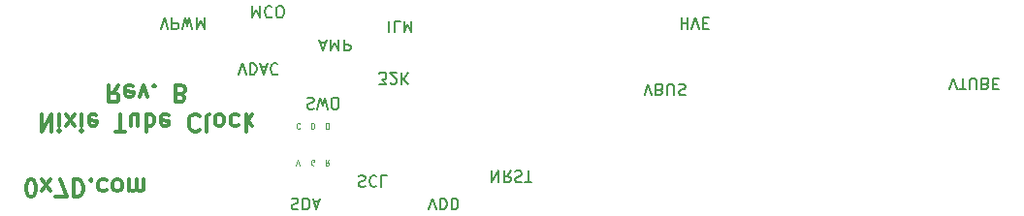
<source format=gbr>
G04 #@! TF.GenerationSoftware,KiCad,Pcbnew,(5.0.1)-rc2*
G04 #@! TF.CreationDate,2019-02-09T17:39:07-08:00*
G04 #@! TF.ProjectId,nixie_bottom_board,6E697869655F626F74746F6D5F626F61,rev?*
G04 #@! TF.SameCoordinates,Original*
G04 #@! TF.FileFunction,Legend,Bot*
G04 #@! TF.FilePolarity,Positive*
%FSLAX46Y46*%
G04 Gerber Fmt 4.6, Leading zero omitted, Abs format (unit mm)*
G04 Created by KiCad (PCBNEW (5.0.1)-rc2) date 2/9/2019 5:39:07 PM*
%MOMM*%
%LPD*%
G01*
G04 APERTURE LIST*
%ADD10C,0.200000*%
%ADD11C,0.100000*%
%ADD12C,0.300000*%
G04 APERTURE END LIST*
D10*
X148168095Y-105547619D02*
X148168095Y-106547619D01*
X148739523Y-105547619D01*
X148739523Y-106547619D01*
X149787142Y-105547619D02*
X149453809Y-106023809D01*
X149215714Y-105547619D02*
X149215714Y-106547619D01*
X149596666Y-106547619D01*
X149691904Y-106500000D01*
X149739523Y-106452380D01*
X149787142Y-106357142D01*
X149787142Y-106214285D01*
X149739523Y-106119047D01*
X149691904Y-106071428D01*
X149596666Y-106023809D01*
X149215714Y-106023809D01*
X150168095Y-105595238D02*
X150310952Y-105547619D01*
X150549047Y-105547619D01*
X150644285Y-105595238D01*
X150691904Y-105642857D01*
X150739523Y-105738095D01*
X150739523Y-105833333D01*
X150691904Y-105928571D01*
X150644285Y-105976190D01*
X150549047Y-106023809D01*
X150358571Y-106071428D01*
X150263333Y-106119047D01*
X150215714Y-106166666D01*
X150168095Y-106261904D01*
X150168095Y-106357142D01*
X150215714Y-106452380D01*
X150263333Y-106500000D01*
X150358571Y-106547619D01*
X150596666Y-106547619D01*
X150739523Y-106500000D01*
X151025238Y-106547619D02*
X151596666Y-106547619D01*
X151310952Y-105547619D02*
X151310952Y-106547619D01*
D11*
X133727380Y-101873809D02*
X133822619Y-101873809D01*
X133870238Y-101850000D01*
X133917857Y-101802380D01*
X133941666Y-101707142D01*
X133941666Y-101540476D01*
X133917857Y-101445238D01*
X133870238Y-101397619D01*
X133822619Y-101373809D01*
X133727380Y-101373809D01*
X133679761Y-101397619D01*
X133632142Y-101445238D01*
X133608333Y-101540476D01*
X133608333Y-101707142D01*
X133632142Y-101802380D01*
X133679761Y-101850000D01*
X133727380Y-101873809D01*
X132369047Y-101373809D02*
X132369047Y-101873809D01*
X132488095Y-101873809D01*
X132559523Y-101850000D01*
X132607142Y-101802380D01*
X132630952Y-101754761D01*
X132654761Y-101659523D01*
X132654761Y-101588095D01*
X132630952Y-101492857D01*
X132607142Y-101445238D01*
X132559523Y-101397619D01*
X132488095Y-101373809D01*
X132369047Y-101373809D01*
X131384761Y-101421428D02*
X131360952Y-101397619D01*
X131289523Y-101373809D01*
X131241904Y-101373809D01*
X131170476Y-101397619D01*
X131122857Y-101445238D01*
X131099047Y-101492857D01*
X131075238Y-101588095D01*
X131075238Y-101659523D01*
X131099047Y-101754761D01*
X131122857Y-101802380D01*
X131170476Y-101850000D01*
X131241904Y-101873809D01*
X131289523Y-101873809D01*
X131360952Y-101850000D01*
X131384761Y-101826190D01*
X133924761Y-104573809D02*
X133758095Y-104811904D01*
X133639047Y-104573809D02*
X133639047Y-105073809D01*
X133829523Y-105073809D01*
X133877142Y-105050000D01*
X133900952Y-105026190D01*
X133924761Y-104978571D01*
X133924761Y-104907142D01*
X133900952Y-104859523D01*
X133877142Y-104835714D01*
X133829523Y-104811904D01*
X133639047Y-104811904D01*
X132630952Y-105050000D02*
X132583333Y-105073809D01*
X132511904Y-105073809D01*
X132440476Y-105050000D01*
X132392857Y-105002380D01*
X132369047Y-104954761D01*
X132345238Y-104859523D01*
X132345238Y-104788095D01*
X132369047Y-104692857D01*
X132392857Y-104645238D01*
X132440476Y-104597619D01*
X132511904Y-104573809D01*
X132559523Y-104573809D01*
X132630952Y-104597619D01*
X132654761Y-104621428D01*
X132654761Y-104788095D01*
X132559523Y-104788095D01*
X131063333Y-105073809D02*
X131230000Y-104573809D01*
X131396666Y-105073809D01*
D10*
X132020476Y-99195238D02*
X132163333Y-99147619D01*
X132401428Y-99147619D01*
X132496666Y-99195238D01*
X132544285Y-99242857D01*
X132591904Y-99338095D01*
X132591904Y-99433333D01*
X132544285Y-99528571D01*
X132496666Y-99576190D01*
X132401428Y-99623809D01*
X132210952Y-99671428D01*
X132115714Y-99719047D01*
X132068095Y-99766666D01*
X132020476Y-99861904D01*
X132020476Y-99957142D01*
X132068095Y-100052380D01*
X132115714Y-100100000D01*
X132210952Y-100147619D01*
X132449047Y-100147619D01*
X132591904Y-100100000D01*
X132925238Y-100147619D02*
X133163333Y-99147619D01*
X133353809Y-99861904D01*
X133544285Y-99147619D01*
X133782380Y-100147619D01*
X134353809Y-100147619D02*
X134544285Y-100147619D01*
X134639523Y-100100000D01*
X134734761Y-100004761D01*
X134782380Y-99814285D01*
X134782380Y-99480952D01*
X134734761Y-99290476D01*
X134639523Y-99195238D01*
X134544285Y-99147619D01*
X134353809Y-99147619D01*
X134258571Y-99195238D01*
X134163333Y-99290476D01*
X134115714Y-99480952D01*
X134115714Y-99814285D01*
X134163333Y-100004761D01*
X134258571Y-100100000D01*
X134353809Y-100147619D01*
D12*
X107837857Y-107821428D02*
X107980714Y-107821428D01*
X108123571Y-107750000D01*
X108195000Y-107678571D01*
X108266428Y-107535714D01*
X108337857Y-107250000D01*
X108337857Y-106892857D01*
X108266428Y-106607142D01*
X108195000Y-106464285D01*
X108123571Y-106392857D01*
X107980714Y-106321428D01*
X107837857Y-106321428D01*
X107695000Y-106392857D01*
X107623571Y-106464285D01*
X107552142Y-106607142D01*
X107480714Y-106892857D01*
X107480714Y-107250000D01*
X107552142Y-107535714D01*
X107623571Y-107678571D01*
X107695000Y-107750000D01*
X107837857Y-107821428D01*
X108837857Y-106321428D02*
X109623571Y-107321428D01*
X108837857Y-107321428D02*
X109623571Y-106321428D01*
X110052142Y-107821428D02*
X111052142Y-107821428D01*
X110409285Y-106321428D01*
X111623571Y-106321428D02*
X111623571Y-107821428D01*
X111980714Y-107821428D01*
X112195000Y-107750000D01*
X112337857Y-107607142D01*
X112409285Y-107464285D01*
X112480714Y-107178571D01*
X112480714Y-106964285D01*
X112409285Y-106678571D01*
X112337857Y-106535714D01*
X112195000Y-106392857D01*
X111980714Y-106321428D01*
X111623571Y-106321428D01*
X113123571Y-106464285D02*
X113195000Y-106392857D01*
X113123571Y-106321428D01*
X113052142Y-106392857D01*
X113123571Y-106464285D01*
X113123571Y-106321428D01*
X114480714Y-106392857D02*
X114337857Y-106321428D01*
X114052142Y-106321428D01*
X113909285Y-106392857D01*
X113837857Y-106464285D01*
X113766428Y-106607142D01*
X113766428Y-107035714D01*
X113837857Y-107178571D01*
X113909285Y-107250000D01*
X114052142Y-107321428D01*
X114337857Y-107321428D01*
X114480714Y-107250000D01*
X115337857Y-106321428D02*
X115195000Y-106392857D01*
X115123571Y-106464285D01*
X115052142Y-106607142D01*
X115052142Y-107035714D01*
X115123571Y-107178571D01*
X115195000Y-107250000D01*
X115337857Y-107321428D01*
X115552142Y-107321428D01*
X115695000Y-107250000D01*
X115766428Y-107178571D01*
X115837857Y-107035714D01*
X115837857Y-106607142D01*
X115766428Y-106464285D01*
X115695000Y-106392857D01*
X115552142Y-106321428D01*
X115337857Y-106321428D01*
X116480714Y-106321428D02*
X116480714Y-107321428D01*
X116480714Y-107178571D02*
X116552142Y-107250000D01*
X116695000Y-107321428D01*
X116909285Y-107321428D01*
X117052142Y-107250000D01*
X117123571Y-107107142D01*
X117123571Y-106321428D01*
X117123571Y-107107142D02*
X117195000Y-107250000D01*
X117337857Y-107321428D01*
X117552142Y-107321428D01*
X117695000Y-107250000D01*
X117766428Y-107107142D01*
X117766428Y-106321428D01*
D10*
X161466666Y-98947619D02*
X161800000Y-97947619D01*
X162133333Y-98947619D01*
X162800000Y-98471428D02*
X162942857Y-98423809D01*
X162990476Y-98376190D01*
X163038095Y-98280952D01*
X163038095Y-98138095D01*
X162990476Y-98042857D01*
X162942857Y-97995238D01*
X162847619Y-97947619D01*
X162466666Y-97947619D01*
X162466666Y-98947619D01*
X162800000Y-98947619D01*
X162895238Y-98900000D01*
X162942857Y-98852380D01*
X162990476Y-98757142D01*
X162990476Y-98661904D01*
X162942857Y-98566666D01*
X162895238Y-98519047D01*
X162800000Y-98471428D01*
X162466666Y-98471428D01*
X163466666Y-98947619D02*
X163466666Y-98138095D01*
X163514285Y-98042857D01*
X163561904Y-97995238D01*
X163657142Y-97947619D01*
X163847619Y-97947619D01*
X163942857Y-97995238D01*
X163990476Y-98042857D01*
X164038095Y-98138095D01*
X164038095Y-98947619D01*
X164466666Y-97995238D02*
X164609523Y-97947619D01*
X164847619Y-97947619D01*
X164942857Y-97995238D01*
X164990476Y-98042857D01*
X165038095Y-98138095D01*
X165038095Y-98233333D01*
X164990476Y-98328571D01*
X164942857Y-98376190D01*
X164847619Y-98423809D01*
X164657142Y-98471428D01*
X164561904Y-98519047D01*
X164514285Y-98566666D01*
X164466666Y-98661904D01*
X164466666Y-98757142D01*
X164514285Y-98852380D01*
X164561904Y-98900000D01*
X164657142Y-98947619D01*
X164895238Y-98947619D01*
X165038095Y-98900000D01*
D12*
X108821428Y-100596428D02*
X108821428Y-102096428D01*
X109678571Y-100596428D01*
X109678571Y-102096428D01*
X110392857Y-100596428D02*
X110392857Y-101596428D01*
X110392857Y-102096428D02*
X110321428Y-102025000D01*
X110392857Y-101953571D01*
X110464285Y-102025000D01*
X110392857Y-102096428D01*
X110392857Y-101953571D01*
X110964285Y-100596428D02*
X111750000Y-101596428D01*
X110964285Y-101596428D02*
X111750000Y-100596428D01*
X112321428Y-100596428D02*
X112321428Y-101596428D01*
X112321428Y-102096428D02*
X112250000Y-102025000D01*
X112321428Y-101953571D01*
X112392857Y-102025000D01*
X112321428Y-102096428D01*
X112321428Y-101953571D01*
X113607142Y-100667857D02*
X113464285Y-100596428D01*
X113178571Y-100596428D01*
X113035714Y-100667857D01*
X112964285Y-100810714D01*
X112964285Y-101382142D01*
X113035714Y-101525000D01*
X113178571Y-101596428D01*
X113464285Y-101596428D01*
X113607142Y-101525000D01*
X113678571Y-101382142D01*
X113678571Y-101239285D01*
X112964285Y-101096428D01*
X115250000Y-102096428D02*
X116107142Y-102096428D01*
X115678571Y-100596428D02*
X115678571Y-102096428D01*
X117250000Y-101596428D02*
X117250000Y-100596428D01*
X116607142Y-101596428D02*
X116607142Y-100810714D01*
X116678571Y-100667857D01*
X116821428Y-100596428D01*
X117035714Y-100596428D01*
X117178571Y-100667857D01*
X117250000Y-100739285D01*
X117964285Y-100596428D02*
X117964285Y-102096428D01*
X117964285Y-101525000D02*
X118107142Y-101596428D01*
X118392857Y-101596428D01*
X118535714Y-101525000D01*
X118607142Y-101453571D01*
X118678571Y-101310714D01*
X118678571Y-100882142D01*
X118607142Y-100739285D01*
X118535714Y-100667857D01*
X118392857Y-100596428D01*
X118107142Y-100596428D01*
X117964285Y-100667857D01*
X119892857Y-100667857D02*
X119749999Y-100596428D01*
X119464285Y-100596428D01*
X119321428Y-100667857D01*
X119249999Y-100810714D01*
X119249999Y-101382142D01*
X119321428Y-101525000D01*
X119464285Y-101596428D01*
X119749999Y-101596428D01*
X119892857Y-101525000D01*
X119964285Y-101382142D01*
X119964285Y-101239285D01*
X119249999Y-101096428D01*
X122607142Y-100739285D02*
X122535714Y-100667857D01*
X122321428Y-100596428D01*
X122178571Y-100596428D01*
X121964285Y-100667857D01*
X121821428Y-100810714D01*
X121749999Y-100953571D01*
X121678571Y-101239285D01*
X121678571Y-101453571D01*
X121749999Y-101739285D01*
X121821428Y-101882142D01*
X121964285Y-102025000D01*
X122178571Y-102096428D01*
X122321428Y-102096428D01*
X122535714Y-102025000D01*
X122607142Y-101953571D01*
X123464285Y-100596428D02*
X123321428Y-100667857D01*
X123249999Y-100810714D01*
X123249999Y-102096428D01*
X124249999Y-100596428D02*
X124107142Y-100667857D01*
X124035714Y-100739285D01*
X123964285Y-100882142D01*
X123964285Y-101310714D01*
X124035714Y-101453571D01*
X124107142Y-101525000D01*
X124249999Y-101596428D01*
X124464285Y-101596428D01*
X124607142Y-101525000D01*
X124678571Y-101453571D01*
X124749999Y-101310714D01*
X124749999Y-100882142D01*
X124678571Y-100739285D01*
X124607142Y-100667857D01*
X124464285Y-100596428D01*
X124249999Y-100596428D01*
X126035714Y-100667857D02*
X125892857Y-100596428D01*
X125607142Y-100596428D01*
X125464285Y-100667857D01*
X125392857Y-100739285D01*
X125321428Y-100882142D01*
X125321428Y-101310714D01*
X125392857Y-101453571D01*
X125464285Y-101525000D01*
X125607142Y-101596428D01*
X125892857Y-101596428D01*
X126035714Y-101525000D01*
X126678571Y-100596428D02*
X126678571Y-102096428D01*
X126821428Y-101167857D02*
X127249999Y-100596428D01*
X127249999Y-101596428D02*
X126678571Y-101025000D01*
X115571428Y-98046428D02*
X115071428Y-98760714D01*
X114714285Y-98046428D02*
X114714285Y-99546428D01*
X115285714Y-99546428D01*
X115428571Y-99475000D01*
X115500000Y-99403571D01*
X115571428Y-99260714D01*
X115571428Y-99046428D01*
X115500000Y-98903571D01*
X115428571Y-98832142D01*
X115285714Y-98760714D01*
X114714285Y-98760714D01*
X116785714Y-98117857D02*
X116642857Y-98046428D01*
X116357142Y-98046428D01*
X116214285Y-98117857D01*
X116142857Y-98260714D01*
X116142857Y-98832142D01*
X116214285Y-98975000D01*
X116357142Y-99046428D01*
X116642857Y-99046428D01*
X116785714Y-98975000D01*
X116857142Y-98832142D01*
X116857142Y-98689285D01*
X116142857Y-98546428D01*
X117357142Y-99046428D02*
X117714285Y-98046428D01*
X118071428Y-99046428D01*
X118642857Y-98189285D02*
X118714285Y-98117857D01*
X118642857Y-98046428D01*
X118571428Y-98117857D01*
X118642857Y-98189285D01*
X118642857Y-98046428D01*
X121000000Y-98832142D02*
X121214285Y-98760714D01*
X121285714Y-98689285D01*
X121357142Y-98546428D01*
X121357142Y-98332142D01*
X121285714Y-98189285D01*
X121214285Y-98117857D01*
X121071428Y-98046428D01*
X120500000Y-98046428D01*
X120500000Y-99546428D01*
X121000000Y-99546428D01*
X121142857Y-99475000D01*
X121214285Y-99403571D01*
X121285714Y-99260714D01*
X121285714Y-99117857D01*
X121214285Y-98975000D01*
X121142857Y-98903571D01*
X121000000Y-98832142D01*
X120500000Y-98832142D01*
D10*
X188109523Y-98447619D02*
X188442857Y-97447619D01*
X188776190Y-98447619D01*
X188966666Y-98447619D02*
X189538095Y-98447619D01*
X189252380Y-97447619D02*
X189252380Y-98447619D01*
X189871428Y-98447619D02*
X189871428Y-97638095D01*
X189919047Y-97542857D01*
X189966666Y-97495238D01*
X190061904Y-97447619D01*
X190252380Y-97447619D01*
X190347619Y-97495238D01*
X190395238Y-97542857D01*
X190442857Y-97638095D01*
X190442857Y-98447619D01*
X191252380Y-97971428D02*
X191395238Y-97923809D01*
X191442857Y-97876190D01*
X191490476Y-97780952D01*
X191490476Y-97638095D01*
X191442857Y-97542857D01*
X191395238Y-97495238D01*
X191300000Y-97447619D01*
X190919047Y-97447619D01*
X190919047Y-98447619D01*
X191252380Y-98447619D01*
X191347619Y-98400000D01*
X191395238Y-98352380D01*
X191442857Y-98257142D01*
X191442857Y-98161904D01*
X191395238Y-98066666D01*
X191347619Y-98019047D01*
X191252380Y-97971428D01*
X190919047Y-97971428D01*
X191919047Y-97971428D02*
X192252380Y-97971428D01*
X192395238Y-97447619D02*
X191919047Y-97447619D01*
X191919047Y-98447619D01*
X192395238Y-98447619D01*
X136509523Y-105995238D02*
X136652380Y-105947619D01*
X136890476Y-105947619D01*
X136985714Y-105995238D01*
X137033333Y-106042857D01*
X137080952Y-106138095D01*
X137080952Y-106233333D01*
X137033333Y-106328571D01*
X136985714Y-106376190D01*
X136890476Y-106423809D01*
X136700000Y-106471428D01*
X136604761Y-106519047D01*
X136557142Y-106566666D01*
X136509523Y-106661904D01*
X136509523Y-106757142D01*
X136557142Y-106852380D01*
X136604761Y-106900000D01*
X136700000Y-106947619D01*
X136938095Y-106947619D01*
X137080952Y-106900000D01*
X138080952Y-106042857D02*
X138033333Y-105995238D01*
X137890476Y-105947619D01*
X137795238Y-105947619D01*
X137652380Y-105995238D01*
X137557142Y-106090476D01*
X137509523Y-106185714D01*
X137461904Y-106376190D01*
X137461904Y-106519047D01*
X137509523Y-106709523D01*
X137557142Y-106804761D01*
X137652380Y-106900000D01*
X137795238Y-106947619D01*
X137890476Y-106947619D01*
X138033333Y-106900000D01*
X138080952Y-106852380D01*
X138985714Y-105947619D02*
X138509523Y-105947619D01*
X138509523Y-106947619D01*
X142625238Y-108947619D02*
X142958571Y-107947619D01*
X143291904Y-108947619D01*
X143625238Y-107947619D02*
X143625238Y-108947619D01*
X143863333Y-108947619D01*
X144006190Y-108900000D01*
X144101428Y-108804761D01*
X144149047Y-108709523D01*
X144196666Y-108519047D01*
X144196666Y-108376190D01*
X144149047Y-108185714D01*
X144101428Y-108090476D01*
X144006190Y-107995238D01*
X143863333Y-107947619D01*
X143625238Y-107947619D01*
X144625238Y-107947619D02*
X144625238Y-108947619D01*
X144863333Y-108947619D01*
X145006190Y-108900000D01*
X145101428Y-108804761D01*
X145149047Y-108709523D01*
X145196666Y-108519047D01*
X145196666Y-108376190D01*
X145149047Y-108185714D01*
X145101428Y-108090476D01*
X145006190Y-107995238D01*
X144863333Y-107947619D01*
X144625238Y-107947619D01*
X130650952Y-107995238D02*
X130793809Y-107947619D01*
X131031904Y-107947619D01*
X131127142Y-107995238D01*
X131174761Y-108042857D01*
X131222380Y-108138095D01*
X131222380Y-108233333D01*
X131174761Y-108328571D01*
X131127142Y-108376190D01*
X131031904Y-108423809D01*
X130841428Y-108471428D01*
X130746190Y-108519047D01*
X130698571Y-108566666D01*
X130650952Y-108661904D01*
X130650952Y-108757142D01*
X130698571Y-108852380D01*
X130746190Y-108900000D01*
X130841428Y-108947619D01*
X131079523Y-108947619D01*
X131222380Y-108900000D01*
X131650952Y-107947619D02*
X131650952Y-108947619D01*
X131889047Y-108947619D01*
X132031904Y-108900000D01*
X132127142Y-108804761D01*
X132174761Y-108709523D01*
X132222380Y-108519047D01*
X132222380Y-108376190D01*
X132174761Y-108185714D01*
X132127142Y-108090476D01*
X132031904Y-107995238D01*
X131889047Y-107947619D01*
X131650952Y-107947619D01*
X132603333Y-108233333D02*
X133079523Y-108233333D01*
X132508095Y-107947619D02*
X132841428Y-108947619D01*
X133174761Y-107947619D01*
X119223809Y-93147619D02*
X119557142Y-92147619D01*
X119890476Y-93147619D01*
X120223809Y-92147619D02*
X120223809Y-93147619D01*
X120604761Y-93147619D01*
X120700000Y-93100000D01*
X120747619Y-93052380D01*
X120795238Y-92957142D01*
X120795238Y-92814285D01*
X120747619Y-92719047D01*
X120700000Y-92671428D01*
X120604761Y-92623809D01*
X120223809Y-92623809D01*
X121128571Y-93147619D02*
X121366666Y-92147619D01*
X121557142Y-92861904D01*
X121747619Y-92147619D01*
X121985714Y-93147619D01*
X122366666Y-92147619D02*
X122366666Y-93147619D01*
X122700000Y-92433333D01*
X123033333Y-93147619D01*
X123033333Y-92147619D01*
X126025238Y-97147619D02*
X126358571Y-96147619D01*
X126691904Y-97147619D01*
X127025238Y-96147619D02*
X127025238Y-97147619D01*
X127263333Y-97147619D01*
X127406190Y-97100000D01*
X127501428Y-97004761D01*
X127549047Y-96909523D01*
X127596666Y-96719047D01*
X127596666Y-96576190D01*
X127549047Y-96385714D01*
X127501428Y-96290476D01*
X127406190Y-96195238D01*
X127263333Y-96147619D01*
X127025238Y-96147619D01*
X127977619Y-96433333D02*
X128453809Y-96433333D01*
X127882380Y-96147619D02*
X128215714Y-97147619D01*
X128549047Y-96147619D01*
X129453809Y-96242857D02*
X129406190Y-96195238D01*
X129263333Y-96147619D01*
X129168095Y-96147619D01*
X129025238Y-96195238D01*
X128930000Y-96290476D01*
X128882380Y-96385714D01*
X128834761Y-96576190D01*
X128834761Y-96719047D01*
X128882380Y-96909523D01*
X128930000Y-97004761D01*
X129025238Y-97100000D01*
X129168095Y-97147619D01*
X129263333Y-97147619D01*
X129406190Y-97100000D01*
X129453809Y-97052380D01*
X133190476Y-94333333D02*
X133666666Y-94333333D01*
X133095238Y-94047619D02*
X133428571Y-95047619D01*
X133761904Y-94047619D01*
X134095238Y-94047619D02*
X134095238Y-95047619D01*
X134428571Y-94333333D01*
X134761904Y-95047619D01*
X134761904Y-94047619D01*
X135238095Y-94047619D02*
X135238095Y-95047619D01*
X135619047Y-95047619D01*
X135714285Y-95000000D01*
X135761904Y-94952380D01*
X135809523Y-94857142D01*
X135809523Y-94714285D01*
X135761904Y-94619047D01*
X135714285Y-94571428D01*
X135619047Y-94523809D01*
X135238095Y-94523809D01*
X127217619Y-91147619D02*
X127217619Y-92147619D01*
X127550952Y-91433333D01*
X127884285Y-92147619D01*
X127884285Y-91147619D01*
X128931904Y-91242857D02*
X128884285Y-91195238D01*
X128741428Y-91147619D01*
X128646190Y-91147619D01*
X128503333Y-91195238D01*
X128408095Y-91290476D01*
X128360476Y-91385714D01*
X128312857Y-91576190D01*
X128312857Y-91719047D01*
X128360476Y-91909523D01*
X128408095Y-92004761D01*
X128503333Y-92100000D01*
X128646190Y-92147619D01*
X128741428Y-92147619D01*
X128884285Y-92100000D01*
X128931904Y-92052380D01*
X129550952Y-92147619D02*
X129741428Y-92147619D01*
X129836666Y-92100000D01*
X129931904Y-92004761D01*
X129979523Y-91814285D01*
X129979523Y-91480952D01*
X129931904Y-91290476D01*
X129836666Y-91195238D01*
X129741428Y-91147619D01*
X129550952Y-91147619D01*
X129455714Y-91195238D01*
X129360476Y-91290476D01*
X129312857Y-91480952D01*
X129312857Y-91814285D01*
X129360476Y-92004761D01*
X129455714Y-92100000D01*
X129550952Y-92147619D01*
X138290476Y-97947619D02*
X138909523Y-97947619D01*
X138576190Y-97566666D01*
X138719047Y-97566666D01*
X138814285Y-97519047D01*
X138861904Y-97471428D01*
X138909523Y-97376190D01*
X138909523Y-97138095D01*
X138861904Y-97042857D01*
X138814285Y-96995238D01*
X138719047Y-96947619D01*
X138433333Y-96947619D01*
X138338095Y-96995238D01*
X138290476Y-97042857D01*
X139290476Y-97852380D02*
X139338095Y-97900000D01*
X139433333Y-97947619D01*
X139671428Y-97947619D01*
X139766666Y-97900000D01*
X139814285Y-97852380D01*
X139861904Y-97757142D01*
X139861904Y-97661904D01*
X139814285Y-97519047D01*
X139242857Y-96947619D01*
X139861904Y-96947619D01*
X140290476Y-96947619D02*
X140290476Y-97947619D01*
X140861904Y-96947619D02*
X140433333Y-97519047D01*
X140861904Y-97947619D02*
X140290476Y-97376190D01*
X139179523Y-92447619D02*
X139179523Y-93447619D01*
X140131904Y-92447619D02*
X139655714Y-92447619D01*
X139655714Y-93447619D01*
X140465238Y-92447619D02*
X140465238Y-93447619D01*
X140798571Y-92733333D01*
X141131904Y-93447619D01*
X141131904Y-92447619D01*
X164698571Y-92147619D02*
X164698571Y-93147619D01*
X164698571Y-92671428D02*
X165270000Y-92671428D01*
X165270000Y-92147619D02*
X165270000Y-93147619D01*
X165603333Y-93147619D02*
X165936666Y-92147619D01*
X166270000Y-93147619D01*
X166603333Y-92671428D02*
X166936666Y-92671428D01*
X167079523Y-92147619D02*
X166603333Y-92147619D01*
X166603333Y-93147619D01*
X167079523Y-93147619D01*
M02*

</source>
